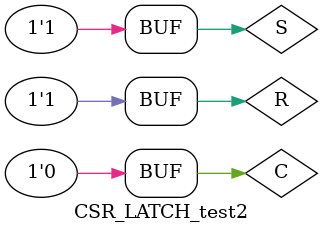
<source format=v>
`timescale 1ns / 1ps


module CSR_LATCH_test2 ();
  reg C, S, R;
  wire Q, Q_N;
  CSR_LATCH test2 (
      C,
      S,
      R,
      Q,
      Q_N
  );
  initial begin
    C = 1;
    R = 1;
    S = 1;
    #50;
    R = 1;
    S = 0;
    #50;
    R = 0;
    S = 0;
    #50;
    R = 0;
    S = 1;
    #50;
    R = 0;
    S = 0;
    #50;
    R = 1;
    S = 1;
    #50;
    C = 0;
    R = 1;
    S = 1;
    #50;
    R = 1;
    S = 0;
    #50;
    R = 0;
    S = 0;
    #50;
    R = 0;
    S = 1;
    #50;
    R = 0;
    S = 0;
    #50;
    R = 1;
    S = 1;
    #50;

  end
endmodule

</source>
